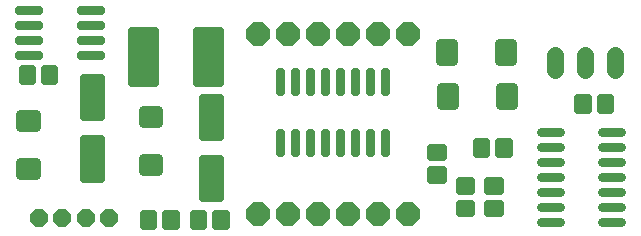
<source format=gbr>
G04 EAGLE Gerber RS-274X export*
G75*
%MOMM*%
%FSLAX34Y34*%
%LPD*%
%INSoldermask Top*%
%IPPOS*%
%AMOC8*
5,1,8,0,0,1.08239X$1,22.5*%
G01*
%ADD10C,0.704088*%
%ADD11C,0.706503*%
%ADD12C,0.721278*%
%ADD13P,1.649562X8X22.500000*%
%ADD14C,0.714847*%
%ADD15C,0.702831*%
%ADD16P,2.144431X8X292.500000*%
%ADD17C,0.803200*%
%ADD18C,1.461200*%


D10*
X78048Y97046D02*
X78048Y63954D01*
X63752Y63954D01*
X63752Y97046D01*
X78048Y97046D01*
X78048Y70643D02*
X63752Y70643D01*
X63752Y77332D02*
X78048Y77332D01*
X78048Y84021D02*
X63752Y84021D01*
X63752Y90710D02*
X78048Y90710D01*
X78048Y115954D02*
X78048Y149046D01*
X78048Y115954D02*
X63752Y115954D01*
X63752Y149046D01*
X78048Y149046D01*
X78048Y122643D02*
X63752Y122643D01*
X63752Y129332D02*
X78048Y129332D01*
X78048Y136021D02*
X63752Y136021D01*
X63752Y142710D02*
X78048Y142710D01*
X179048Y80446D02*
X179048Y47354D01*
X164752Y47354D01*
X164752Y80446D01*
X179048Y80446D01*
X179048Y54043D02*
X164752Y54043D01*
X164752Y60732D02*
X179048Y60732D01*
X179048Y67421D02*
X164752Y67421D01*
X164752Y74110D02*
X179048Y74110D01*
X179048Y99354D02*
X179048Y132446D01*
X179048Y99354D02*
X164752Y99354D01*
X164752Y132446D01*
X179048Y132446D01*
X179048Y106043D02*
X164752Y106043D01*
X164752Y112732D02*
X179048Y112732D01*
X179048Y119421D02*
X164752Y119421D01*
X164752Y126110D02*
X179048Y126110D01*
D11*
X20084Y146616D02*
X12116Y146616D01*
X12116Y156584D01*
X20084Y156584D01*
X20084Y146616D01*
X20084Y153328D02*
X12116Y153328D01*
X31116Y146616D02*
X39084Y146616D01*
X31116Y146616D02*
X31116Y156584D01*
X39084Y156584D01*
X39084Y146616D01*
X39084Y153328D02*
X31116Y153328D01*
X175916Y33584D02*
X183884Y33584D01*
X183884Y23616D01*
X175916Y23616D01*
X175916Y33584D01*
X175916Y30328D02*
X183884Y30328D01*
X164884Y33584D02*
X156916Y33584D01*
X164884Y33584D02*
X164884Y23616D01*
X156916Y23616D01*
X156916Y33584D01*
X156916Y30328D02*
X164884Y30328D01*
X141684Y33584D02*
X133716Y33584D01*
X141684Y33584D02*
X141684Y23616D01*
X133716Y23616D01*
X133716Y33584D01*
X133716Y30328D02*
X141684Y30328D01*
X122684Y33584D02*
X114716Y33584D01*
X122684Y33584D02*
X122684Y23616D01*
X114716Y23616D01*
X114716Y33584D01*
X114716Y30328D02*
X122684Y30328D01*
D12*
X114290Y111140D02*
X114290Y121960D01*
X127110Y121960D01*
X127110Y111140D01*
X114290Y111140D01*
X114290Y117992D02*
X127110Y117992D01*
X127110Y81460D02*
X127110Y70640D01*
X114290Y70640D01*
X114290Y81460D01*
X127110Y81460D01*
X127110Y77492D02*
X114290Y77492D01*
X10290Y107740D02*
X10290Y118560D01*
X23110Y118560D01*
X23110Y107740D01*
X10290Y107740D01*
X10290Y114592D02*
X23110Y114592D01*
X23110Y78060D02*
X23110Y67240D01*
X10290Y67240D01*
X10290Y78060D01*
X23110Y78060D01*
X23110Y74092D02*
X10290Y74092D01*
D13*
X25600Y30700D03*
X45600Y30700D03*
X65600Y30700D03*
X85600Y30700D03*
D11*
X357916Y81816D02*
X357916Y89784D01*
X367884Y89784D01*
X367884Y81816D01*
X357916Y81816D01*
X357916Y88528D02*
X367884Y88528D01*
X357916Y70784D02*
X357916Y62816D01*
X357916Y70784D02*
X367884Y70784D01*
X367884Y62816D01*
X357916Y62816D01*
X357916Y69528D02*
X367884Y69528D01*
D14*
X78342Y167708D02*
X78342Y168592D01*
X78342Y167708D02*
X61458Y167708D01*
X61458Y168592D01*
X78342Y168592D01*
X78342Y180408D02*
X78342Y181292D01*
X78342Y180408D02*
X61458Y180408D01*
X61458Y181292D01*
X78342Y181292D01*
X78342Y193108D02*
X78342Y193992D01*
X78342Y193108D02*
X61458Y193108D01*
X61458Y193992D01*
X78342Y193992D01*
X78342Y205808D02*
X78342Y206692D01*
X78342Y205808D02*
X61458Y205808D01*
X61458Y206692D01*
X78342Y206692D01*
X26342Y206692D02*
X26342Y205808D01*
X9458Y205808D01*
X9458Y206692D01*
X26342Y206692D01*
X26342Y193992D02*
X26342Y193108D01*
X9458Y193108D01*
X9458Y193992D01*
X26342Y193992D01*
X26342Y181292D02*
X26342Y180408D01*
X9458Y180408D01*
X9458Y181292D01*
X26342Y181292D01*
X26342Y168592D02*
X26342Y167708D01*
X9458Y167708D01*
X9458Y168592D01*
X26342Y168592D01*
D15*
X104538Y188902D02*
X104538Y144898D01*
X104538Y188902D02*
X124542Y188902D01*
X124542Y144898D01*
X104538Y144898D01*
X104538Y151575D02*
X124542Y151575D01*
X124542Y158252D02*
X104538Y158252D01*
X104538Y164929D02*
X124542Y164929D01*
X124542Y171606D02*
X104538Y171606D01*
X104538Y178283D02*
X124542Y178283D01*
X124542Y184960D02*
X104538Y184960D01*
X159458Y188902D02*
X159458Y144898D01*
X159458Y188902D02*
X179462Y188902D01*
X179462Y144898D01*
X159458Y144898D01*
X159458Y151575D02*
X179462Y151575D01*
X179462Y158252D02*
X159458Y158252D01*
X159458Y164929D02*
X179462Y164929D01*
X179462Y171606D02*
X159458Y171606D01*
X159458Y178283D02*
X179462Y178283D01*
X179462Y184960D02*
X159458Y184960D01*
D14*
X242808Y85558D02*
X243692Y85558D01*
X242808Y85558D02*
X242808Y102442D01*
X243692Y102442D01*
X243692Y85558D01*
X243692Y92349D02*
X242808Y92349D01*
X242808Y99140D02*
X243692Y99140D01*
X268208Y137558D02*
X269092Y137558D01*
X268208Y137558D02*
X268208Y154442D01*
X269092Y154442D01*
X269092Y137558D01*
X269092Y144349D02*
X268208Y144349D01*
X268208Y151140D02*
X269092Y151140D01*
X230992Y85558D02*
X230108Y85558D01*
X230108Y102442D01*
X230992Y102442D01*
X230992Y85558D01*
X230992Y92349D02*
X230108Y92349D01*
X230108Y99140D02*
X230992Y99140D01*
X255508Y85558D02*
X256392Y85558D01*
X255508Y85558D02*
X255508Y102442D01*
X256392Y102442D01*
X256392Y85558D01*
X256392Y92349D02*
X255508Y92349D01*
X255508Y99140D02*
X256392Y99140D01*
X268208Y85558D02*
X269092Y85558D01*
X268208Y85558D02*
X268208Y102442D01*
X269092Y102442D01*
X269092Y85558D01*
X269092Y92349D02*
X268208Y92349D01*
X268208Y99140D02*
X269092Y99140D01*
X256392Y137558D02*
X255508Y137558D01*
X255508Y154442D01*
X256392Y154442D01*
X256392Y137558D01*
X256392Y144349D02*
X255508Y144349D01*
X255508Y151140D02*
X256392Y151140D01*
X280908Y137558D02*
X281792Y137558D01*
X280908Y137558D02*
X280908Y154442D01*
X281792Y154442D01*
X281792Y137558D01*
X281792Y144349D02*
X280908Y144349D01*
X280908Y151140D02*
X281792Y151140D01*
X293608Y137558D02*
X294492Y137558D01*
X293608Y137558D02*
X293608Y154442D01*
X294492Y154442D01*
X294492Y137558D01*
X294492Y144349D02*
X293608Y144349D01*
X293608Y151140D02*
X294492Y151140D01*
X294492Y85558D02*
X293608Y85558D01*
X293608Y102442D01*
X294492Y102442D01*
X294492Y85558D01*
X294492Y92349D02*
X293608Y92349D01*
X293608Y99140D02*
X294492Y99140D01*
X319008Y137558D02*
X319892Y137558D01*
X319008Y137558D02*
X319008Y154442D01*
X319892Y154442D01*
X319892Y137558D01*
X319892Y144349D02*
X319008Y144349D01*
X319008Y151140D02*
X319892Y151140D01*
X281792Y85558D02*
X280908Y85558D01*
X280908Y102442D01*
X281792Y102442D01*
X281792Y85558D01*
X281792Y92349D02*
X280908Y92349D01*
X280908Y99140D02*
X281792Y99140D01*
X306308Y85558D02*
X307192Y85558D01*
X306308Y85558D02*
X306308Y102442D01*
X307192Y102442D01*
X307192Y85558D01*
X307192Y92349D02*
X306308Y92349D01*
X306308Y99140D02*
X307192Y99140D01*
X307192Y137558D02*
X306308Y137558D01*
X306308Y154442D01*
X307192Y154442D01*
X307192Y137558D01*
X307192Y144349D02*
X306308Y144349D01*
X306308Y151140D02*
X307192Y151140D01*
X319008Y85558D02*
X319892Y85558D01*
X319008Y85558D02*
X319008Y102442D01*
X319892Y102442D01*
X319892Y85558D01*
X319892Y92349D02*
X319008Y92349D01*
X319008Y99140D02*
X319892Y99140D01*
X243692Y137558D02*
X242808Y137558D01*
X242808Y154442D01*
X243692Y154442D01*
X243692Y137558D01*
X243692Y144349D02*
X242808Y144349D01*
X242808Y151140D02*
X243692Y151140D01*
X230992Y137558D02*
X230108Y137558D01*
X230108Y154442D01*
X230992Y154442D01*
X230992Y137558D01*
X230992Y144349D02*
X230108Y144349D01*
X230108Y151140D02*
X230992Y151140D01*
D11*
X391984Y42484D02*
X391984Y34516D01*
X382016Y34516D01*
X382016Y42484D01*
X391984Y42484D01*
X391984Y41228D02*
X382016Y41228D01*
X391984Y53516D02*
X391984Y61484D01*
X391984Y53516D02*
X382016Y53516D01*
X382016Y61484D01*
X391984Y61484D01*
X391984Y60228D02*
X382016Y60228D01*
X415984Y42484D02*
X415984Y34516D01*
X406016Y34516D01*
X406016Y42484D01*
X415984Y42484D01*
X415984Y41228D02*
X406016Y41228D01*
X415984Y53516D02*
X415984Y61484D01*
X415984Y53516D02*
X406016Y53516D01*
X406016Y61484D01*
X415984Y61484D01*
X415984Y60228D02*
X406016Y60228D01*
D16*
X211500Y186200D03*
X236900Y186200D03*
X262300Y186200D03*
X287700Y186200D03*
X313100Y186200D03*
X338500Y186200D03*
X338500Y33800D03*
X313100Y33800D03*
X287700Y33800D03*
X262300Y33800D03*
X236900Y33800D03*
X211500Y33800D03*
D12*
X415590Y163590D02*
X415590Y178410D01*
X426410Y178410D01*
X426410Y163590D01*
X415590Y163590D01*
X415590Y170442D02*
X426410Y170442D01*
X426410Y177294D02*
X415590Y177294D01*
X365590Y178410D02*
X365590Y163590D01*
X365590Y178410D02*
X376410Y178410D01*
X376410Y163590D01*
X365590Y163590D01*
X365590Y170442D02*
X376410Y170442D01*
X376410Y177294D02*
X365590Y177294D01*
X416590Y141410D02*
X416590Y126590D01*
X416590Y141410D02*
X427410Y141410D01*
X427410Y126590D01*
X416590Y126590D01*
X416590Y133442D02*
X427410Y133442D01*
X427410Y140294D02*
X416590Y140294D01*
X366590Y141410D02*
X366590Y126590D01*
X366590Y141410D02*
X377410Y141410D01*
X377410Y126590D01*
X366590Y126590D01*
X366590Y133442D02*
X377410Y133442D01*
X377410Y140294D02*
X366590Y140294D01*
D17*
X451000Y90400D02*
X467000Y90400D01*
X503000Y90400D02*
X519000Y90400D01*
X467000Y103100D02*
X451000Y103100D01*
X451000Y77700D02*
X467000Y77700D01*
X467000Y65000D02*
X451000Y65000D01*
X503000Y103100D02*
X519000Y103100D01*
X519000Y77700D02*
X503000Y77700D01*
X503000Y65000D02*
X519000Y65000D01*
X467000Y39600D02*
X451000Y39600D01*
X503000Y39600D02*
X519000Y39600D01*
X467000Y52300D02*
X451000Y52300D01*
X451000Y26900D02*
X467000Y26900D01*
X503000Y52300D02*
X519000Y52300D01*
X519000Y26900D02*
X503000Y26900D01*
D11*
X423484Y94984D02*
X415516Y94984D01*
X423484Y94984D02*
X423484Y85016D01*
X415516Y85016D01*
X415516Y94984D01*
X415516Y91728D02*
X423484Y91728D01*
X404484Y94984D02*
X396516Y94984D01*
X404484Y94984D02*
X404484Y85016D01*
X396516Y85016D01*
X396516Y94984D01*
X396516Y91728D02*
X404484Y91728D01*
D18*
X462600Y155710D02*
X462600Y168290D01*
X488000Y168290D02*
X488000Y155710D01*
X513400Y155710D02*
X513400Y168290D01*
D11*
X490484Y122016D02*
X482516Y122016D01*
X482516Y131984D01*
X490484Y131984D01*
X490484Y122016D01*
X490484Y128728D02*
X482516Y128728D01*
X501516Y122016D02*
X509484Y122016D01*
X501516Y122016D02*
X501516Y131984D01*
X509484Y131984D01*
X509484Y122016D01*
X509484Y128728D02*
X501516Y128728D01*
M02*

</source>
